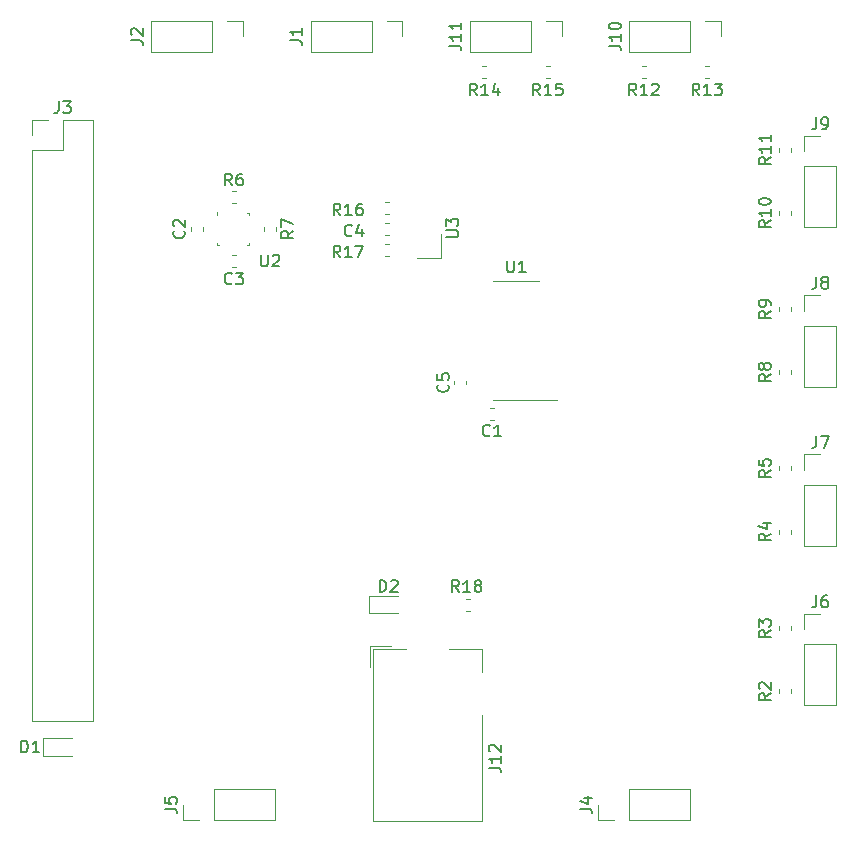
<source format=gbr>
G04 #@! TF.GenerationSoftware,KiCad,Pcbnew,(5.1.4-0-10_14)*
G04 #@! TF.CreationDate,2020-12-30T10:53:35-07:00*
G04 #@! TF.ProjectId,Motherboard,4d6f7468-6572-4626-9f61-72642e6b6963,rev?*
G04 #@! TF.SameCoordinates,Original*
G04 #@! TF.FileFunction,Legend,Top*
G04 #@! TF.FilePolarity,Positive*
%FSLAX46Y46*%
G04 Gerber Fmt 4.6, Leading zero omitted, Abs format (unit mm)*
G04 Created by KiCad (PCBNEW (5.1.4-0-10_14)) date 2020-12-30 10:53:35*
%MOMM*%
%LPD*%
G04 APERTURE LIST*
%ADD10C,0.120000*%
%ADD11C,0.100000*%
%ADD12C,0.150000*%
G04 APERTURE END LIST*
D10*
X92366267Y-61466000D02*
X92023733Y-61466000D01*
X92366267Y-62486000D02*
X92023733Y-62486000D01*
X66690000Y-46462767D02*
X66690000Y-46120233D01*
X67710000Y-46462767D02*
X67710000Y-46120233D01*
X70186733Y-49532000D02*
X70529267Y-49532000D01*
X70186733Y-48512000D02*
X70529267Y-48512000D01*
X83483267Y-46801500D02*
X83140733Y-46801500D01*
X83483267Y-45781500D02*
X83140733Y-45781500D01*
X56691500Y-89435000D02*
X54231500Y-89435000D01*
X54231500Y-89435000D02*
X54231500Y-90905000D01*
X54231500Y-90905000D02*
X56691500Y-90905000D01*
X81785000Y-78840000D02*
X84245000Y-78840000D01*
X81785000Y-77370000D02*
X81785000Y-78840000D01*
X84245000Y-77370000D02*
X81785000Y-77370000D01*
X84610000Y-28670000D02*
X84610000Y-30000000D01*
X83280000Y-28670000D02*
X84610000Y-28670000D01*
X82010000Y-28670000D02*
X82010000Y-31330000D01*
X82010000Y-31330000D02*
X76870000Y-31330000D01*
X82010000Y-28670000D02*
X76870000Y-28670000D01*
X76870000Y-28670000D02*
X76870000Y-31330000D01*
X63380000Y-28670000D02*
X63380000Y-31330000D01*
X68520000Y-28670000D02*
X63380000Y-28670000D01*
X68520000Y-31330000D02*
X63380000Y-31330000D01*
X68520000Y-28670000D02*
X68520000Y-31330000D01*
X69790000Y-28670000D02*
X71120000Y-28670000D01*
X71120000Y-28670000D02*
X71120000Y-30000000D01*
X53264000Y-37045000D02*
X54594000Y-37045000D01*
X53264000Y-38375000D02*
X53264000Y-37045000D01*
X55864000Y-37045000D02*
X58464000Y-37045000D01*
X55864000Y-39645000D02*
X55864000Y-37045000D01*
X53264000Y-39645000D02*
X55864000Y-39645000D01*
X58464000Y-37045000D02*
X58464000Y-87965000D01*
X53264000Y-39645000D02*
X53264000Y-87965000D01*
X53264000Y-87965000D02*
X58464000Y-87965000D01*
X101220000Y-96376000D02*
X101220000Y-95046000D01*
X102550000Y-96376000D02*
X101220000Y-96376000D01*
X103820000Y-96376000D02*
X103820000Y-93716000D01*
X103820000Y-93716000D02*
X108960000Y-93716000D01*
X103820000Y-96376000D02*
X108960000Y-96376000D01*
X108960000Y-96376000D02*
X108960000Y-93716000D01*
X73810000Y-96376000D02*
X73810000Y-93716000D01*
X68670000Y-96376000D02*
X73810000Y-96376000D01*
X68670000Y-93716000D02*
X73810000Y-93716000D01*
X68670000Y-96376000D02*
X68670000Y-93716000D01*
X67400000Y-96376000D02*
X66070000Y-96376000D01*
X66070000Y-96376000D02*
X66070000Y-95046000D01*
X118670000Y-86620000D02*
X121330000Y-86620000D01*
X118670000Y-81480000D02*
X118670000Y-86620000D01*
X121330000Y-81480000D02*
X121330000Y-86620000D01*
X118670000Y-81480000D02*
X121330000Y-81480000D01*
X118670000Y-80210000D02*
X118670000Y-78880000D01*
X118670000Y-78880000D02*
X120000000Y-78880000D01*
X118670000Y-65390000D02*
X120000000Y-65390000D01*
X118670000Y-66720000D02*
X118670000Y-65390000D01*
X118670000Y-67990000D02*
X121330000Y-67990000D01*
X121330000Y-67990000D02*
X121330000Y-73130000D01*
X118670000Y-67990000D02*
X118670000Y-73130000D01*
X118670000Y-73130000D02*
X121330000Y-73130000D01*
X118670000Y-59640000D02*
X121330000Y-59640000D01*
X118670000Y-54500000D02*
X118670000Y-59640000D01*
X121330000Y-54500000D02*
X121330000Y-59640000D01*
X118670000Y-54500000D02*
X121330000Y-54500000D01*
X118670000Y-53230000D02*
X118670000Y-51900000D01*
X118670000Y-51900000D02*
X120000000Y-51900000D01*
X118670000Y-46150000D02*
X121330000Y-46150000D01*
X118670000Y-41010000D02*
X118670000Y-46150000D01*
X121330000Y-41010000D02*
X121330000Y-46150000D01*
X118670000Y-41010000D02*
X121330000Y-41010000D01*
X118670000Y-39740000D02*
X118670000Y-38410000D01*
X118670000Y-38410000D02*
X120000000Y-38410000D01*
X111590000Y-28670000D02*
X111590000Y-30000000D01*
X110260000Y-28670000D02*
X111590000Y-28670000D01*
X108990000Y-28670000D02*
X108990000Y-31330000D01*
X108990000Y-31330000D02*
X103850000Y-31330000D01*
X108990000Y-28670000D02*
X103850000Y-28670000D01*
X103850000Y-28670000D02*
X103850000Y-31330000D01*
X98100000Y-28670000D02*
X98100000Y-30000000D01*
X96770000Y-28670000D02*
X98100000Y-28670000D01*
X95500000Y-28670000D02*
X95500000Y-31330000D01*
X95500000Y-31330000D02*
X90360000Y-31330000D01*
X95500000Y-28670000D02*
X90360000Y-28670000D01*
X90360000Y-28670000D02*
X90360000Y-31330000D01*
X116470000Y-85581267D02*
X116470000Y-85238733D01*
X117490000Y-85581267D02*
X117490000Y-85238733D01*
X116470000Y-80231267D02*
X116470000Y-79888733D01*
X117490000Y-80231267D02*
X117490000Y-79888733D01*
X117490000Y-72091267D02*
X117490000Y-71748733D01*
X116470000Y-72091267D02*
X116470000Y-71748733D01*
X116470000Y-66741267D02*
X116470000Y-66398733D01*
X117490000Y-66741267D02*
X117490000Y-66398733D01*
X70529267Y-44074000D02*
X70186733Y-44074000D01*
X70529267Y-43054000D02*
X70186733Y-43054000D01*
X72896000Y-46120233D02*
X72896000Y-46462767D01*
X73916000Y-46120233D02*
X73916000Y-46462767D01*
X117490000Y-58601267D02*
X117490000Y-58258733D01*
X116470000Y-58601267D02*
X116470000Y-58258733D01*
X116470000Y-53251267D02*
X116470000Y-52908733D01*
X117490000Y-53251267D02*
X117490000Y-52908733D01*
X117490000Y-45111267D02*
X117490000Y-44768733D01*
X116470000Y-45111267D02*
X116470000Y-44768733D01*
X117490000Y-39761267D02*
X117490000Y-39418733D01*
X116470000Y-39761267D02*
X116470000Y-39418733D01*
X104888733Y-32510000D02*
X105231267Y-32510000D01*
X104888733Y-33530000D02*
X105231267Y-33530000D01*
X110238733Y-32510000D02*
X110581267Y-32510000D01*
X110238733Y-33530000D02*
X110581267Y-33530000D01*
X91398733Y-32510000D02*
X91741267Y-32510000D01*
X91398733Y-33530000D02*
X91741267Y-33530000D01*
X96748733Y-33530000D02*
X97091267Y-33530000D01*
X96748733Y-32510000D02*
X97091267Y-32510000D01*
X83483267Y-44000000D02*
X83140733Y-44000000D01*
X83483267Y-45020000D02*
X83140733Y-45020000D01*
X83483267Y-47563000D02*
X83140733Y-47563000D01*
X83483267Y-48583000D02*
X83140733Y-48583000D01*
X90355267Y-78615000D02*
X90012733Y-78615000D01*
X90355267Y-77595000D02*
X90012733Y-77595000D01*
X94245000Y-60815000D02*
X97695000Y-60815000D01*
X94245000Y-60815000D02*
X92295000Y-60815000D01*
X94245000Y-50695000D02*
X96195000Y-50695000D01*
X94245000Y-50695000D02*
X92295000Y-50695000D01*
D11*
X68953000Y-45091500D02*
X68953000Y-44841500D01*
X71653000Y-44941500D02*
X71653000Y-45091500D01*
X71503000Y-44941500D02*
X71653000Y-44941500D01*
X71653000Y-47641500D02*
X71503000Y-47641500D01*
X71653000Y-47641500D02*
X71653000Y-47491500D01*
X68953000Y-47641500D02*
X68953000Y-47491500D01*
X68953000Y-47651500D02*
X69103000Y-47651500D01*
D10*
X87876000Y-48768000D02*
X87876000Y-46768000D01*
X85876000Y-48768000D02*
X87876000Y-48768000D01*
X81910000Y-81606000D02*
X83650000Y-81606000D01*
X81910000Y-83346000D02*
X81910000Y-81606000D01*
X91350000Y-81846000D02*
X91350000Y-83846000D01*
X88550000Y-81846000D02*
X91350000Y-81846000D01*
X82150000Y-81846000D02*
X84950000Y-81846000D01*
X82150000Y-96446000D02*
X82150000Y-81846000D01*
X91350000Y-96446000D02*
X82150000Y-96446000D01*
X91350000Y-87446000D02*
X91350000Y-96446000D01*
X90045000Y-59455267D02*
X90045000Y-59162733D01*
X89025000Y-59455267D02*
X89025000Y-59162733D01*
D12*
X92028333Y-63763142D02*
X91980714Y-63810761D01*
X91837857Y-63858380D01*
X91742619Y-63858380D01*
X91599761Y-63810761D01*
X91504523Y-63715523D01*
X91456904Y-63620285D01*
X91409285Y-63429809D01*
X91409285Y-63286952D01*
X91456904Y-63096476D01*
X91504523Y-63001238D01*
X91599761Y-62906000D01*
X91742619Y-62858380D01*
X91837857Y-62858380D01*
X91980714Y-62906000D01*
X92028333Y-62953619D01*
X92980714Y-63858380D02*
X92409285Y-63858380D01*
X92695000Y-63858380D02*
X92695000Y-62858380D01*
X92599761Y-63001238D01*
X92504523Y-63096476D01*
X92409285Y-63144095D01*
X66127142Y-46458166D02*
X66174761Y-46505785D01*
X66222380Y-46648642D01*
X66222380Y-46743880D01*
X66174761Y-46886738D01*
X66079523Y-46981976D01*
X65984285Y-47029595D01*
X65793809Y-47077214D01*
X65650952Y-47077214D01*
X65460476Y-47029595D01*
X65365238Y-46981976D01*
X65270000Y-46886738D01*
X65222380Y-46743880D01*
X65222380Y-46648642D01*
X65270000Y-46505785D01*
X65317619Y-46458166D01*
X65317619Y-46077214D02*
X65270000Y-46029595D01*
X65222380Y-45934357D01*
X65222380Y-45696261D01*
X65270000Y-45601023D01*
X65317619Y-45553404D01*
X65412857Y-45505785D01*
X65508095Y-45505785D01*
X65650952Y-45553404D01*
X66222380Y-46124833D01*
X66222380Y-45505785D01*
X70191333Y-50903142D02*
X70143714Y-50950761D01*
X70000857Y-50998380D01*
X69905619Y-50998380D01*
X69762761Y-50950761D01*
X69667523Y-50855523D01*
X69619904Y-50760285D01*
X69572285Y-50569809D01*
X69572285Y-50426952D01*
X69619904Y-50236476D01*
X69667523Y-50141238D01*
X69762761Y-50046000D01*
X69905619Y-49998380D01*
X70000857Y-49998380D01*
X70143714Y-50046000D01*
X70191333Y-50093619D01*
X70524666Y-49998380D02*
X71143714Y-49998380D01*
X70810380Y-50379333D01*
X70953238Y-50379333D01*
X71048476Y-50426952D01*
X71096095Y-50474571D01*
X71143714Y-50569809D01*
X71143714Y-50807904D01*
X71096095Y-50903142D01*
X71048476Y-50950761D01*
X70953238Y-50998380D01*
X70667523Y-50998380D01*
X70572285Y-50950761D01*
X70524666Y-50903142D01*
X80351333Y-46839142D02*
X80303714Y-46886761D01*
X80160857Y-46934380D01*
X80065619Y-46934380D01*
X79922761Y-46886761D01*
X79827523Y-46791523D01*
X79779904Y-46696285D01*
X79732285Y-46505809D01*
X79732285Y-46362952D01*
X79779904Y-46172476D01*
X79827523Y-46077238D01*
X79922761Y-45982000D01*
X80065619Y-45934380D01*
X80160857Y-45934380D01*
X80303714Y-45982000D01*
X80351333Y-46029619D01*
X81208476Y-46267714D02*
X81208476Y-46934380D01*
X80970380Y-45886761D02*
X80732285Y-46601047D01*
X81351333Y-46601047D01*
X52359404Y-90622380D02*
X52359404Y-89622380D01*
X52597500Y-89622380D01*
X52740357Y-89670000D01*
X52835595Y-89765238D01*
X52883214Y-89860476D01*
X52930833Y-90050952D01*
X52930833Y-90193809D01*
X52883214Y-90384285D01*
X52835595Y-90479523D01*
X52740357Y-90574761D01*
X52597500Y-90622380D01*
X52359404Y-90622380D01*
X53883214Y-90622380D02*
X53311785Y-90622380D01*
X53597500Y-90622380D02*
X53597500Y-89622380D01*
X53502261Y-89765238D01*
X53407023Y-89860476D01*
X53311785Y-89908095D01*
X82700904Y-77033380D02*
X82700904Y-76033380D01*
X82939000Y-76033380D01*
X83081857Y-76081000D01*
X83177095Y-76176238D01*
X83224714Y-76271476D01*
X83272333Y-76461952D01*
X83272333Y-76604809D01*
X83224714Y-76795285D01*
X83177095Y-76890523D01*
X83081857Y-76985761D01*
X82939000Y-77033380D01*
X82700904Y-77033380D01*
X83653285Y-76128619D02*
X83700904Y-76081000D01*
X83796142Y-76033380D01*
X84034238Y-76033380D01*
X84129476Y-76081000D01*
X84177095Y-76128619D01*
X84224714Y-76223857D01*
X84224714Y-76319095D01*
X84177095Y-76461952D01*
X83605666Y-77033380D01*
X84224714Y-77033380D01*
X75112380Y-30305333D02*
X75826666Y-30305333D01*
X75969523Y-30352952D01*
X76064761Y-30448190D01*
X76112380Y-30591047D01*
X76112380Y-30686285D01*
X76112380Y-29305333D02*
X76112380Y-29876761D01*
X76112380Y-29591047D02*
X75112380Y-29591047D01*
X75255238Y-29686285D01*
X75350476Y-29781523D01*
X75398095Y-29876761D01*
X61622380Y-30305333D02*
X62336666Y-30305333D01*
X62479523Y-30352952D01*
X62574761Y-30448190D01*
X62622380Y-30591047D01*
X62622380Y-30686285D01*
X61717619Y-29876761D02*
X61670000Y-29829142D01*
X61622380Y-29733904D01*
X61622380Y-29495809D01*
X61670000Y-29400571D01*
X61717619Y-29352952D01*
X61812857Y-29305333D01*
X61908095Y-29305333D01*
X62050952Y-29352952D01*
X62622380Y-29924380D01*
X62622380Y-29305333D01*
X55530666Y-35497380D02*
X55530666Y-36211666D01*
X55483047Y-36354523D01*
X55387809Y-36449761D01*
X55244952Y-36497380D01*
X55149714Y-36497380D01*
X55911619Y-35497380D02*
X56530666Y-35497380D01*
X56197333Y-35878333D01*
X56340190Y-35878333D01*
X56435428Y-35925952D01*
X56483047Y-35973571D01*
X56530666Y-36068809D01*
X56530666Y-36306904D01*
X56483047Y-36402142D01*
X56435428Y-36449761D01*
X56340190Y-36497380D01*
X56054476Y-36497380D01*
X55959238Y-36449761D01*
X55911619Y-36402142D01*
X99672380Y-95379333D02*
X100386666Y-95379333D01*
X100529523Y-95426952D01*
X100624761Y-95522190D01*
X100672380Y-95665047D01*
X100672380Y-95760285D01*
X100005714Y-94474571D02*
X100672380Y-94474571D01*
X99624761Y-94712666D02*
X100339047Y-94950761D01*
X100339047Y-94331714D01*
X64522380Y-95379333D02*
X65236666Y-95379333D01*
X65379523Y-95426952D01*
X65474761Y-95522190D01*
X65522380Y-95665047D01*
X65522380Y-95760285D01*
X64522380Y-94426952D02*
X64522380Y-94903142D01*
X64998571Y-94950761D01*
X64950952Y-94903142D01*
X64903333Y-94807904D01*
X64903333Y-94569809D01*
X64950952Y-94474571D01*
X64998571Y-94426952D01*
X65093809Y-94379333D01*
X65331904Y-94379333D01*
X65427142Y-94426952D01*
X65474761Y-94474571D01*
X65522380Y-94569809D01*
X65522380Y-94807904D01*
X65474761Y-94903142D01*
X65427142Y-94950761D01*
X119666666Y-77332380D02*
X119666666Y-78046666D01*
X119619047Y-78189523D01*
X119523809Y-78284761D01*
X119380952Y-78332380D01*
X119285714Y-78332380D01*
X120571428Y-77332380D02*
X120380952Y-77332380D01*
X120285714Y-77380000D01*
X120238095Y-77427619D01*
X120142857Y-77570476D01*
X120095238Y-77760952D01*
X120095238Y-78141904D01*
X120142857Y-78237142D01*
X120190476Y-78284761D01*
X120285714Y-78332380D01*
X120476190Y-78332380D01*
X120571428Y-78284761D01*
X120619047Y-78237142D01*
X120666666Y-78141904D01*
X120666666Y-77903809D01*
X120619047Y-77808571D01*
X120571428Y-77760952D01*
X120476190Y-77713333D01*
X120285714Y-77713333D01*
X120190476Y-77760952D01*
X120142857Y-77808571D01*
X120095238Y-77903809D01*
X119666666Y-63842380D02*
X119666666Y-64556666D01*
X119619047Y-64699523D01*
X119523809Y-64794761D01*
X119380952Y-64842380D01*
X119285714Y-64842380D01*
X120047619Y-63842380D02*
X120714285Y-63842380D01*
X120285714Y-64842380D01*
X119666666Y-50352380D02*
X119666666Y-51066666D01*
X119619047Y-51209523D01*
X119523809Y-51304761D01*
X119380952Y-51352380D01*
X119285714Y-51352380D01*
X120285714Y-50780952D02*
X120190476Y-50733333D01*
X120142857Y-50685714D01*
X120095238Y-50590476D01*
X120095238Y-50542857D01*
X120142857Y-50447619D01*
X120190476Y-50400000D01*
X120285714Y-50352380D01*
X120476190Y-50352380D01*
X120571428Y-50400000D01*
X120619047Y-50447619D01*
X120666666Y-50542857D01*
X120666666Y-50590476D01*
X120619047Y-50685714D01*
X120571428Y-50733333D01*
X120476190Y-50780952D01*
X120285714Y-50780952D01*
X120190476Y-50828571D01*
X120142857Y-50876190D01*
X120095238Y-50971428D01*
X120095238Y-51161904D01*
X120142857Y-51257142D01*
X120190476Y-51304761D01*
X120285714Y-51352380D01*
X120476190Y-51352380D01*
X120571428Y-51304761D01*
X120619047Y-51257142D01*
X120666666Y-51161904D01*
X120666666Y-50971428D01*
X120619047Y-50876190D01*
X120571428Y-50828571D01*
X120476190Y-50780952D01*
X119666666Y-36862380D02*
X119666666Y-37576666D01*
X119619047Y-37719523D01*
X119523809Y-37814761D01*
X119380952Y-37862380D01*
X119285714Y-37862380D01*
X120190476Y-37862380D02*
X120380952Y-37862380D01*
X120476190Y-37814761D01*
X120523809Y-37767142D01*
X120619047Y-37624285D01*
X120666666Y-37433809D01*
X120666666Y-37052857D01*
X120619047Y-36957619D01*
X120571428Y-36910000D01*
X120476190Y-36862380D01*
X120285714Y-36862380D01*
X120190476Y-36910000D01*
X120142857Y-36957619D01*
X120095238Y-37052857D01*
X120095238Y-37290952D01*
X120142857Y-37386190D01*
X120190476Y-37433809D01*
X120285714Y-37481428D01*
X120476190Y-37481428D01*
X120571428Y-37433809D01*
X120619047Y-37386190D01*
X120666666Y-37290952D01*
X102092380Y-30781523D02*
X102806666Y-30781523D01*
X102949523Y-30829142D01*
X103044761Y-30924380D01*
X103092380Y-31067238D01*
X103092380Y-31162476D01*
X103092380Y-29781523D02*
X103092380Y-30352952D01*
X103092380Y-30067238D02*
X102092380Y-30067238D01*
X102235238Y-30162476D01*
X102330476Y-30257714D01*
X102378095Y-30352952D01*
X102092380Y-29162476D02*
X102092380Y-29067238D01*
X102140000Y-28972000D01*
X102187619Y-28924380D01*
X102282857Y-28876761D01*
X102473333Y-28829142D01*
X102711428Y-28829142D01*
X102901904Y-28876761D01*
X102997142Y-28924380D01*
X103044761Y-28972000D01*
X103092380Y-29067238D01*
X103092380Y-29162476D01*
X103044761Y-29257714D01*
X102997142Y-29305333D01*
X102901904Y-29352952D01*
X102711428Y-29400571D01*
X102473333Y-29400571D01*
X102282857Y-29352952D01*
X102187619Y-29305333D01*
X102140000Y-29257714D01*
X102092380Y-29162476D01*
X88602380Y-30781523D02*
X89316666Y-30781523D01*
X89459523Y-30829142D01*
X89554761Y-30924380D01*
X89602380Y-31067238D01*
X89602380Y-31162476D01*
X89602380Y-29781523D02*
X89602380Y-30352952D01*
X89602380Y-30067238D02*
X88602380Y-30067238D01*
X88745238Y-30162476D01*
X88840476Y-30257714D01*
X88888095Y-30352952D01*
X89602380Y-28829142D02*
X89602380Y-29400571D01*
X89602380Y-29114857D02*
X88602380Y-29114857D01*
X88745238Y-29210095D01*
X88840476Y-29305333D01*
X88888095Y-29400571D01*
X115798380Y-85626666D02*
X115322190Y-85960000D01*
X115798380Y-86198095D02*
X114798380Y-86198095D01*
X114798380Y-85817142D01*
X114846000Y-85721904D01*
X114893619Y-85674285D01*
X114988857Y-85626666D01*
X115131714Y-85626666D01*
X115226952Y-85674285D01*
X115274571Y-85721904D01*
X115322190Y-85817142D01*
X115322190Y-86198095D01*
X114893619Y-85245714D02*
X114846000Y-85198095D01*
X114798380Y-85102857D01*
X114798380Y-84864761D01*
X114846000Y-84769523D01*
X114893619Y-84721904D01*
X114988857Y-84674285D01*
X115084095Y-84674285D01*
X115226952Y-84721904D01*
X115798380Y-85293333D01*
X115798380Y-84674285D01*
X115798380Y-80292666D02*
X115322190Y-80626000D01*
X115798380Y-80864095D02*
X114798380Y-80864095D01*
X114798380Y-80483142D01*
X114846000Y-80387904D01*
X114893619Y-80340285D01*
X114988857Y-80292666D01*
X115131714Y-80292666D01*
X115226952Y-80340285D01*
X115274571Y-80387904D01*
X115322190Y-80483142D01*
X115322190Y-80864095D01*
X114798380Y-79959333D02*
X114798380Y-79340285D01*
X115179333Y-79673619D01*
X115179333Y-79530761D01*
X115226952Y-79435523D01*
X115274571Y-79387904D01*
X115369809Y-79340285D01*
X115607904Y-79340285D01*
X115703142Y-79387904D01*
X115750761Y-79435523D01*
X115798380Y-79530761D01*
X115798380Y-79816476D01*
X115750761Y-79911714D01*
X115703142Y-79959333D01*
X115798380Y-72086666D02*
X115322190Y-72420000D01*
X115798380Y-72658095D02*
X114798380Y-72658095D01*
X114798380Y-72277142D01*
X114846000Y-72181904D01*
X114893619Y-72134285D01*
X114988857Y-72086666D01*
X115131714Y-72086666D01*
X115226952Y-72134285D01*
X115274571Y-72181904D01*
X115322190Y-72277142D01*
X115322190Y-72658095D01*
X115131714Y-71229523D02*
X115798380Y-71229523D01*
X114750761Y-71467619D02*
X115465047Y-71705714D01*
X115465047Y-71086666D01*
X115798380Y-66736666D02*
X115322190Y-67070000D01*
X115798380Y-67308095D02*
X114798380Y-67308095D01*
X114798380Y-66927142D01*
X114846000Y-66831904D01*
X114893619Y-66784285D01*
X114988857Y-66736666D01*
X115131714Y-66736666D01*
X115226952Y-66784285D01*
X115274571Y-66831904D01*
X115322190Y-66927142D01*
X115322190Y-67308095D01*
X114798380Y-65831904D02*
X114798380Y-66308095D01*
X115274571Y-66355714D01*
X115226952Y-66308095D01*
X115179333Y-66212857D01*
X115179333Y-65974761D01*
X115226952Y-65879523D01*
X115274571Y-65831904D01*
X115369809Y-65784285D01*
X115607904Y-65784285D01*
X115703142Y-65831904D01*
X115750761Y-65879523D01*
X115798380Y-65974761D01*
X115798380Y-66212857D01*
X115750761Y-66308095D01*
X115703142Y-66355714D01*
X70191333Y-42616380D02*
X69858000Y-42140190D01*
X69619904Y-42616380D02*
X69619904Y-41616380D01*
X70000857Y-41616380D01*
X70096095Y-41664000D01*
X70143714Y-41711619D01*
X70191333Y-41806857D01*
X70191333Y-41949714D01*
X70143714Y-42044952D01*
X70096095Y-42092571D01*
X70000857Y-42140190D01*
X69619904Y-42140190D01*
X71048476Y-41616380D02*
X70858000Y-41616380D01*
X70762761Y-41664000D01*
X70715142Y-41711619D01*
X70619904Y-41854476D01*
X70572285Y-42044952D01*
X70572285Y-42425904D01*
X70619904Y-42521142D01*
X70667523Y-42568761D01*
X70762761Y-42616380D01*
X70953238Y-42616380D01*
X71048476Y-42568761D01*
X71096095Y-42521142D01*
X71143714Y-42425904D01*
X71143714Y-42187809D01*
X71096095Y-42092571D01*
X71048476Y-42044952D01*
X70953238Y-41997333D01*
X70762761Y-41997333D01*
X70667523Y-42044952D01*
X70619904Y-42092571D01*
X70572285Y-42187809D01*
X75382380Y-46458166D02*
X74906190Y-46791500D01*
X75382380Y-47029595D02*
X74382380Y-47029595D01*
X74382380Y-46648642D01*
X74430000Y-46553404D01*
X74477619Y-46505785D01*
X74572857Y-46458166D01*
X74715714Y-46458166D01*
X74810952Y-46505785D01*
X74858571Y-46553404D01*
X74906190Y-46648642D01*
X74906190Y-47029595D01*
X74382380Y-46124833D02*
X74382380Y-45458166D01*
X75382380Y-45886738D01*
X115798380Y-58590666D02*
X115322190Y-58924000D01*
X115798380Y-59162095D02*
X114798380Y-59162095D01*
X114798380Y-58781142D01*
X114846000Y-58685904D01*
X114893619Y-58638285D01*
X114988857Y-58590666D01*
X115131714Y-58590666D01*
X115226952Y-58638285D01*
X115274571Y-58685904D01*
X115322190Y-58781142D01*
X115322190Y-59162095D01*
X115226952Y-58019238D02*
X115179333Y-58114476D01*
X115131714Y-58162095D01*
X115036476Y-58209714D01*
X114988857Y-58209714D01*
X114893619Y-58162095D01*
X114846000Y-58114476D01*
X114798380Y-58019238D01*
X114798380Y-57828761D01*
X114846000Y-57733523D01*
X114893619Y-57685904D01*
X114988857Y-57638285D01*
X115036476Y-57638285D01*
X115131714Y-57685904D01*
X115179333Y-57733523D01*
X115226952Y-57828761D01*
X115226952Y-58019238D01*
X115274571Y-58114476D01*
X115322190Y-58162095D01*
X115417428Y-58209714D01*
X115607904Y-58209714D01*
X115703142Y-58162095D01*
X115750761Y-58114476D01*
X115798380Y-58019238D01*
X115798380Y-57828761D01*
X115750761Y-57733523D01*
X115703142Y-57685904D01*
X115607904Y-57638285D01*
X115417428Y-57638285D01*
X115322190Y-57685904D01*
X115274571Y-57733523D01*
X115226952Y-57828761D01*
X115798380Y-53246666D02*
X115322190Y-53580000D01*
X115798380Y-53818095D02*
X114798380Y-53818095D01*
X114798380Y-53437142D01*
X114846000Y-53341904D01*
X114893619Y-53294285D01*
X114988857Y-53246666D01*
X115131714Y-53246666D01*
X115226952Y-53294285D01*
X115274571Y-53341904D01*
X115322190Y-53437142D01*
X115322190Y-53818095D01*
X115798380Y-52770476D02*
X115798380Y-52580000D01*
X115750761Y-52484761D01*
X115703142Y-52437142D01*
X115560285Y-52341904D01*
X115369809Y-52294285D01*
X114988857Y-52294285D01*
X114893619Y-52341904D01*
X114846000Y-52389523D01*
X114798380Y-52484761D01*
X114798380Y-52675238D01*
X114846000Y-52770476D01*
X114893619Y-52818095D01*
X114988857Y-52865714D01*
X115226952Y-52865714D01*
X115322190Y-52818095D01*
X115369809Y-52770476D01*
X115417428Y-52675238D01*
X115417428Y-52484761D01*
X115369809Y-52389523D01*
X115322190Y-52341904D01*
X115226952Y-52294285D01*
X115798380Y-45582857D02*
X115322190Y-45916190D01*
X115798380Y-46154285D02*
X114798380Y-46154285D01*
X114798380Y-45773333D01*
X114846000Y-45678095D01*
X114893619Y-45630476D01*
X114988857Y-45582857D01*
X115131714Y-45582857D01*
X115226952Y-45630476D01*
X115274571Y-45678095D01*
X115322190Y-45773333D01*
X115322190Y-46154285D01*
X115798380Y-44630476D02*
X115798380Y-45201904D01*
X115798380Y-44916190D02*
X114798380Y-44916190D01*
X114941238Y-45011428D01*
X115036476Y-45106666D01*
X115084095Y-45201904D01*
X114798380Y-44011428D02*
X114798380Y-43916190D01*
X114846000Y-43820952D01*
X114893619Y-43773333D01*
X114988857Y-43725714D01*
X115179333Y-43678095D01*
X115417428Y-43678095D01*
X115607904Y-43725714D01*
X115703142Y-43773333D01*
X115750761Y-43820952D01*
X115798380Y-43916190D01*
X115798380Y-44011428D01*
X115750761Y-44106666D01*
X115703142Y-44154285D01*
X115607904Y-44201904D01*
X115417428Y-44249523D01*
X115179333Y-44249523D01*
X114988857Y-44201904D01*
X114893619Y-44154285D01*
X114846000Y-44106666D01*
X114798380Y-44011428D01*
X115798380Y-40214857D02*
X115322190Y-40548190D01*
X115798380Y-40786285D02*
X114798380Y-40786285D01*
X114798380Y-40405333D01*
X114846000Y-40310095D01*
X114893619Y-40262476D01*
X114988857Y-40214857D01*
X115131714Y-40214857D01*
X115226952Y-40262476D01*
X115274571Y-40310095D01*
X115322190Y-40405333D01*
X115322190Y-40786285D01*
X115798380Y-39262476D02*
X115798380Y-39833904D01*
X115798380Y-39548190D02*
X114798380Y-39548190D01*
X114941238Y-39643428D01*
X115036476Y-39738666D01*
X115084095Y-39833904D01*
X115798380Y-38310095D02*
X115798380Y-38881523D01*
X115798380Y-38595809D02*
X114798380Y-38595809D01*
X114941238Y-38691047D01*
X115036476Y-38786285D01*
X115084095Y-38881523D01*
X104417142Y-34996380D02*
X104083809Y-34520190D01*
X103845714Y-34996380D02*
X103845714Y-33996380D01*
X104226666Y-33996380D01*
X104321904Y-34044000D01*
X104369523Y-34091619D01*
X104417142Y-34186857D01*
X104417142Y-34329714D01*
X104369523Y-34424952D01*
X104321904Y-34472571D01*
X104226666Y-34520190D01*
X103845714Y-34520190D01*
X105369523Y-34996380D02*
X104798095Y-34996380D01*
X105083809Y-34996380D02*
X105083809Y-33996380D01*
X104988571Y-34139238D01*
X104893333Y-34234476D01*
X104798095Y-34282095D01*
X105750476Y-34091619D02*
X105798095Y-34044000D01*
X105893333Y-33996380D01*
X106131428Y-33996380D01*
X106226666Y-34044000D01*
X106274285Y-34091619D01*
X106321904Y-34186857D01*
X106321904Y-34282095D01*
X106274285Y-34424952D01*
X105702857Y-34996380D01*
X106321904Y-34996380D01*
X109767142Y-34996380D02*
X109433809Y-34520190D01*
X109195714Y-34996380D02*
X109195714Y-33996380D01*
X109576666Y-33996380D01*
X109671904Y-34044000D01*
X109719523Y-34091619D01*
X109767142Y-34186857D01*
X109767142Y-34329714D01*
X109719523Y-34424952D01*
X109671904Y-34472571D01*
X109576666Y-34520190D01*
X109195714Y-34520190D01*
X110719523Y-34996380D02*
X110148095Y-34996380D01*
X110433809Y-34996380D02*
X110433809Y-33996380D01*
X110338571Y-34139238D01*
X110243333Y-34234476D01*
X110148095Y-34282095D01*
X111052857Y-33996380D02*
X111671904Y-33996380D01*
X111338571Y-34377333D01*
X111481428Y-34377333D01*
X111576666Y-34424952D01*
X111624285Y-34472571D01*
X111671904Y-34567809D01*
X111671904Y-34805904D01*
X111624285Y-34901142D01*
X111576666Y-34948761D01*
X111481428Y-34996380D01*
X111195714Y-34996380D01*
X111100476Y-34948761D01*
X111052857Y-34901142D01*
X90927142Y-34996380D02*
X90593809Y-34520190D01*
X90355714Y-34996380D02*
X90355714Y-33996380D01*
X90736666Y-33996380D01*
X90831904Y-34044000D01*
X90879523Y-34091619D01*
X90927142Y-34186857D01*
X90927142Y-34329714D01*
X90879523Y-34424952D01*
X90831904Y-34472571D01*
X90736666Y-34520190D01*
X90355714Y-34520190D01*
X91879523Y-34996380D02*
X91308095Y-34996380D01*
X91593809Y-34996380D02*
X91593809Y-33996380D01*
X91498571Y-34139238D01*
X91403333Y-34234476D01*
X91308095Y-34282095D01*
X92736666Y-34329714D02*
X92736666Y-34996380D01*
X92498571Y-33948761D02*
X92260476Y-34663047D01*
X92879523Y-34663047D01*
X96277142Y-34996380D02*
X95943809Y-34520190D01*
X95705714Y-34996380D02*
X95705714Y-33996380D01*
X96086666Y-33996380D01*
X96181904Y-34044000D01*
X96229523Y-34091619D01*
X96277142Y-34186857D01*
X96277142Y-34329714D01*
X96229523Y-34424952D01*
X96181904Y-34472571D01*
X96086666Y-34520190D01*
X95705714Y-34520190D01*
X97229523Y-34996380D02*
X96658095Y-34996380D01*
X96943809Y-34996380D02*
X96943809Y-33996380D01*
X96848571Y-34139238D01*
X96753333Y-34234476D01*
X96658095Y-34282095D01*
X98134285Y-33996380D02*
X97658095Y-33996380D01*
X97610476Y-34472571D01*
X97658095Y-34424952D01*
X97753333Y-34377333D01*
X97991428Y-34377333D01*
X98086666Y-34424952D01*
X98134285Y-34472571D01*
X98181904Y-34567809D01*
X98181904Y-34805904D01*
X98134285Y-34901142D01*
X98086666Y-34948761D01*
X97991428Y-34996380D01*
X97753333Y-34996380D01*
X97658095Y-34948761D01*
X97610476Y-34901142D01*
X79367142Y-45156380D02*
X79033809Y-44680190D01*
X78795714Y-45156380D02*
X78795714Y-44156380D01*
X79176666Y-44156380D01*
X79271904Y-44204000D01*
X79319523Y-44251619D01*
X79367142Y-44346857D01*
X79367142Y-44489714D01*
X79319523Y-44584952D01*
X79271904Y-44632571D01*
X79176666Y-44680190D01*
X78795714Y-44680190D01*
X80319523Y-45156380D02*
X79748095Y-45156380D01*
X80033809Y-45156380D02*
X80033809Y-44156380D01*
X79938571Y-44299238D01*
X79843333Y-44394476D01*
X79748095Y-44442095D01*
X81176666Y-44156380D02*
X80986190Y-44156380D01*
X80890952Y-44204000D01*
X80843333Y-44251619D01*
X80748095Y-44394476D01*
X80700476Y-44584952D01*
X80700476Y-44965904D01*
X80748095Y-45061142D01*
X80795714Y-45108761D01*
X80890952Y-45156380D01*
X81081428Y-45156380D01*
X81176666Y-45108761D01*
X81224285Y-45061142D01*
X81271904Y-44965904D01*
X81271904Y-44727809D01*
X81224285Y-44632571D01*
X81176666Y-44584952D01*
X81081428Y-44537333D01*
X80890952Y-44537333D01*
X80795714Y-44584952D01*
X80748095Y-44632571D01*
X80700476Y-44727809D01*
X79367142Y-48712380D02*
X79033809Y-48236190D01*
X78795714Y-48712380D02*
X78795714Y-47712380D01*
X79176666Y-47712380D01*
X79271904Y-47760000D01*
X79319523Y-47807619D01*
X79367142Y-47902857D01*
X79367142Y-48045714D01*
X79319523Y-48140952D01*
X79271904Y-48188571D01*
X79176666Y-48236190D01*
X78795714Y-48236190D01*
X80319523Y-48712380D02*
X79748095Y-48712380D01*
X80033809Y-48712380D02*
X80033809Y-47712380D01*
X79938571Y-47855238D01*
X79843333Y-47950476D01*
X79748095Y-47998095D01*
X80652857Y-47712380D02*
X81319523Y-47712380D01*
X80890952Y-48712380D01*
X89400142Y-77033380D02*
X89066809Y-76557190D01*
X88828714Y-77033380D02*
X88828714Y-76033380D01*
X89209666Y-76033380D01*
X89304904Y-76081000D01*
X89352523Y-76128619D01*
X89400142Y-76223857D01*
X89400142Y-76366714D01*
X89352523Y-76461952D01*
X89304904Y-76509571D01*
X89209666Y-76557190D01*
X88828714Y-76557190D01*
X90352523Y-77033380D02*
X89781095Y-77033380D01*
X90066809Y-77033380D02*
X90066809Y-76033380D01*
X89971571Y-76176238D01*
X89876333Y-76271476D01*
X89781095Y-76319095D01*
X90923952Y-76461952D02*
X90828714Y-76414333D01*
X90781095Y-76366714D01*
X90733476Y-76271476D01*
X90733476Y-76223857D01*
X90781095Y-76128619D01*
X90828714Y-76081000D01*
X90923952Y-76033380D01*
X91114428Y-76033380D01*
X91209666Y-76081000D01*
X91257285Y-76128619D01*
X91304904Y-76223857D01*
X91304904Y-76271476D01*
X91257285Y-76366714D01*
X91209666Y-76414333D01*
X91114428Y-76461952D01*
X90923952Y-76461952D01*
X90828714Y-76509571D01*
X90781095Y-76557190D01*
X90733476Y-76652428D01*
X90733476Y-76842904D01*
X90781095Y-76938142D01*
X90828714Y-76985761D01*
X90923952Y-77033380D01*
X91114428Y-77033380D01*
X91209666Y-76985761D01*
X91257285Y-76938142D01*
X91304904Y-76842904D01*
X91304904Y-76652428D01*
X91257285Y-76557190D01*
X91209666Y-76509571D01*
X91114428Y-76461952D01*
X93483095Y-48982380D02*
X93483095Y-49791904D01*
X93530714Y-49887142D01*
X93578333Y-49934761D01*
X93673571Y-49982380D01*
X93864047Y-49982380D01*
X93959285Y-49934761D01*
X94006904Y-49887142D01*
X94054523Y-49791904D01*
X94054523Y-48982380D01*
X95054523Y-49982380D02*
X94483095Y-49982380D01*
X94768809Y-49982380D02*
X94768809Y-48982380D01*
X94673571Y-49125238D01*
X94578333Y-49220476D01*
X94483095Y-49268095D01*
X72644095Y-48474380D02*
X72644095Y-49283904D01*
X72691714Y-49379142D01*
X72739333Y-49426761D01*
X72834571Y-49474380D01*
X73025047Y-49474380D01*
X73120285Y-49426761D01*
X73167904Y-49379142D01*
X73215523Y-49283904D01*
X73215523Y-48474380D01*
X73644095Y-48569619D02*
X73691714Y-48522000D01*
X73786952Y-48474380D01*
X74025047Y-48474380D01*
X74120285Y-48522000D01*
X74167904Y-48569619D01*
X74215523Y-48664857D01*
X74215523Y-48760095D01*
X74167904Y-48902952D01*
X73596476Y-49474380D01*
X74215523Y-49474380D01*
X88352380Y-46989904D02*
X89161904Y-46989904D01*
X89257142Y-46942285D01*
X89304761Y-46894666D01*
X89352380Y-46799428D01*
X89352380Y-46608952D01*
X89304761Y-46513714D01*
X89257142Y-46466095D01*
X89161904Y-46418476D01*
X88352380Y-46418476D01*
X88352380Y-46037523D02*
X88352380Y-45418476D01*
X88733333Y-45751809D01*
X88733333Y-45608952D01*
X88780952Y-45513714D01*
X88828571Y-45466095D01*
X88923809Y-45418476D01*
X89161904Y-45418476D01*
X89257142Y-45466095D01*
X89304761Y-45513714D01*
X89352380Y-45608952D01*
X89352380Y-45894666D01*
X89304761Y-45989904D01*
X89257142Y-46037523D01*
X91952380Y-91905523D02*
X92666666Y-91905523D01*
X92809523Y-91953142D01*
X92904761Y-92048380D01*
X92952380Y-92191238D01*
X92952380Y-92286476D01*
X92952380Y-90905523D02*
X92952380Y-91476952D01*
X92952380Y-91191238D02*
X91952380Y-91191238D01*
X92095238Y-91286476D01*
X92190476Y-91381714D01*
X92238095Y-91476952D01*
X92047619Y-90524571D02*
X92000000Y-90476952D01*
X91952380Y-90381714D01*
X91952380Y-90143619D01*
X92000000Y-90048380D01*
X92047619Y-90000761D01*
X92142857Y-89953142D01*
X92238095Y-89953142D01*
X92380952Y-90000761D01*
X92952380Y-90572190D01*
X92952380Y-89953142D01*
X88462142Y-59475666D02*
X88509761Y-59523285D01*
X88557380Y-59666142D01*
X88557380Y-59761380D01*
X88509761Y-59904238D01*
X88414523Y-59999476D01*
X88319285Y-60047095D01*
X88128809Y-60094714D01*
X87985952Y-60094714D01*
X87795476Y-60047095D01*
X87700238Y-59999476D01*
X87605000Y-59904238D01*
X87557380Y-59761380D01*
X87557380Y-59666142D01*
X87605000Y-59523285D01*
X87652619Y-59475666D01*
X87557380Y-58570904D02*
X87557380Y-59047095D01*
X88033571Y-59094714D01*
X87985952Y-59047095D01*
X87938333Y-58951857D01*
X87938333Y-58713761D01*
X87985952Y-58618523D01*
X88033571Y-58570904D01*
X88128809Y-58523285D01*
X88366904Y-58523285D01*
X88462142Y-58570904D01*
X88509761Y-58618523D01*
X88557380Y-58713761D01*
X88557380Y-58951857D01*
X88509761Y-59047095D01*
X88462142Y-59094714D01*
M02*

</source>
